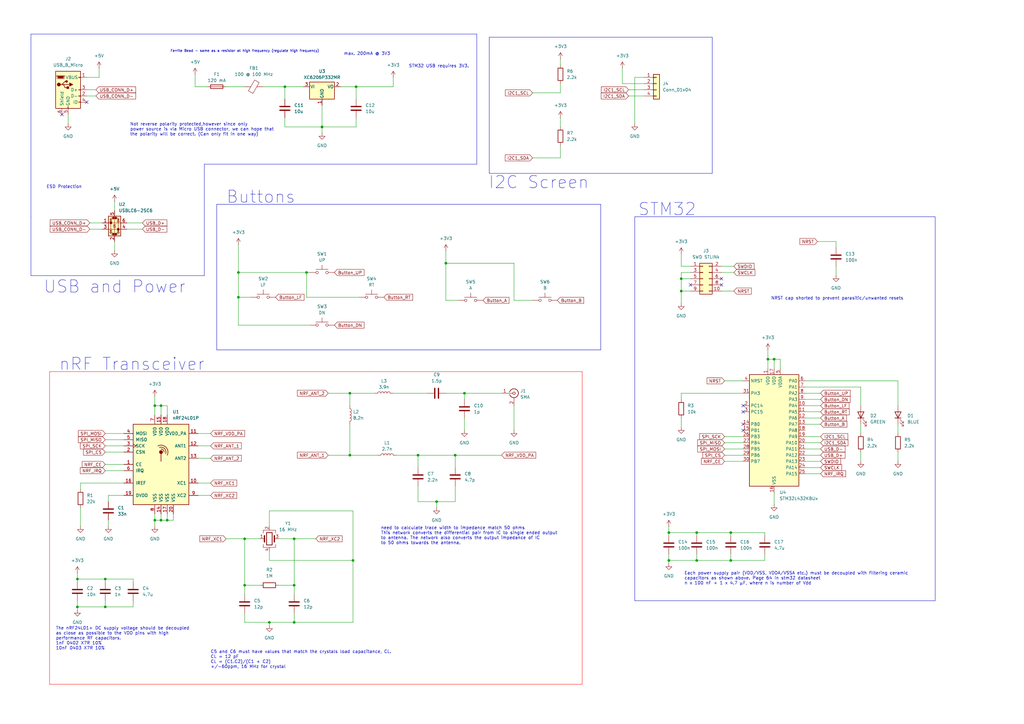
<source format=kicad_sch>
(kicad_sch (version 20231120) (generator "eeschema") (generator_version "8.0")
  (paper "A3")
  (title_block (title "STM_RF_PCB") (date "2024-05-18") (company "UHP Honors Experience - Video Game Controller Prototype") (comment 1 "Prasana Ganesh") (comment 2 "Petar Acimovic"))
  (lib_symbols
    (symbol "Connector:Conn_Coaxial" (pin_names (offset 1.016) hide)
      (property "Reference" "J" (at 0.254 3.048 0))
      (property "Value" "Conn_Coaxial" (at 2.921 0 90))
      (symbol "Conn_Coaxial_1_1"
        (pin passive line (at -5.08 0 0) (length 2.54) (name "In") (number "1"))
        (pin passive line (at 0 -5.08 90) (length 2.54) (name "Ext") (number "2"))
      )
    )
    (symbol "Connector:USB_B_Micro" (pin_names (offset 1.016))
      (property "Reference" "J" (at -5.08 11.43 0))
      (property "Value" "USB_B_Micro" (at -5.08 8.89 0))
      (symbol "USB_B_Micro_1_1"
        (pin power_out line (at 7.62 5.08 180) (length 2.54) (name "VBUS") (number "1"))
        (pin bidirectional line (at 7.62 -2.54 180) (length 2.54) (name "D-") (number "2"))
        (pin bidirectional line (at 7.62 0 180) (length 2.54) (name "D+") (number "3"))
        (pin passive line (at 7.62 -5.08 180) (length 2.54) (name "ID") (number "4"))
        (pin power_out line (at 0 -10.16 90) (length 2.54) (name "GND") (number "5"))
        (pin passive line (at -2.54 -10.16 90) (length 2.54) (name "Shield") (number "6"))
      )
    )
    (symbol "Connector_Generic:Conn_01x04" (pin_names (offset 1.016) hide)
      (property "Reference" "J" (at 0 5.08 0))
      (property "Value" "Conn_01x04" (at 0 -7.62 0))
      (symbol "Conn_01x04_1_1"
        (pin passive line (at -5.08 2.54 0) (length 3.81) (name "Pin_1") (number "1"))
        (pin passive line (at -5.08 0 0) (length 3.81) (name "Pin_2") (number "2"))
        (pin passive line (at -5.08 -2.54 0) (length 3.81) (name "Pin_3") (number "3"))
        (pin passive line (at -5.08 -5.08 0) (length 3.81) (name "Pin_4") (number "4"))
      )
    )
    (symbol "Connector_Generic:Conn_02x05_Odd_Even" (pin_names (offset 1.016) hide)
      (property "Reference" "J" (at 1.27 7.62 0))
      (property "Value" "Conn_02x05_Odd_Even" (at 1.27 -7.62 0))
      (symbol "Conn_02x05_Odd_Even_1_1"
        (pin passive line (at -5.08 5.08 0) (length 3.81) (name "Pin_1") (number "1"))
        (pin passive line (at 7.62 -5.08 180) (length 3.81) (name "Pin_10") (number "10"))
        (pin passive line (at 7.62 5.08 180) (length 3.81) (name "Pin_2") (number "2"))
        (pin passive line (at -5.08 2.54 0) (length 3.81) (name "Pin_3") (number "3"))
        (pin passive line (at 7.62 2.54 180) (length 3.81) (name "Pin_4") (number "4"))
        (pin passive line (at -5.08 0 0) (length 3.81) (name "Pin_5") (number "5"))
        (pin passive line (at 7.62 0 180) (length 3.81) (name "Pin_6") (number "6"))
        (pin passive line (at -5.08 -2.54 0) (length 3.81) (name "Pin_7") (number "7"))
        (pin passive line (at 7.62 -2.54 180) (length 3.81) (name "Pin_8") (number "8"))
        (pin passive line (at -5.08 -5.08 0) (length 3.81) (name "Pin_9") (number "9"))
      )
    )
    (symbol "Device:C" (pin_numbers hide) (pin_names (offset 0.254))
      (property "Reference" "C" (at 0.635 2.54 0))
      (property "Value" "C" (at 0.635 -2.54 0))
      (symbol "C_1_1"
        (pin passive line (at 0 3.81 270) (length 2.794) (name "~") (number "1"))
        (pin passive line (at 0 -3.81 90) (length 2.794) (name "~") (number "2"))
      )
    )
    (symbol "Device:Crystal_GND24" (pin_names (offset 1.016) hide)
      (property "Reference" "Y" (at 3.175 5.08 0))
      (property "Value" "Crystal_GND24" (at 3.175 3.175 0))
      (symbol "Crystal_GND24_1_1"
        (pin passive line (at -3.81 0 0) (length 1.27) (name "1") (number "1"))
        (pin passive line (at 0 5.08 270) (length 1.27) (name "2") (number "2"))
        (pin passive line (at 3.81 0 180) (length 1.27) (name "3") (number "3"))
        (pin passive line (at 0 -5.08 90) (length 1.27) (name "4") (number "4"))
      )
    )
    (symbol "Device:FerriteBead" (pin_numbers hide) (pin_names (offset 0))
      (property "Reference" "FB" (at -3.81 0.635 90))
      (property "Value" "FerriteBead" (at 3.81 0 90))
      (symbol "FerriteBead_1_1"
        (pin passive line (at 0 3.81 270) (length 2.54) (name "~") (number "1"))
        (pin passive line (at 0 -3.81 90) (length 2.54) (name "~") (number "2"))
      )
    )
    (symbol "Device:Fuse" (pin_numbers hide) (pin_names (offset 0))
      (property "Reference" "F" (at 2.032 0 90))
      (property "Value" "Fuse" (at -1.905 0 90))
      (symbol "Fuse_1_1"
        (pin passive line (at 0 3.81 270) (length 1.27) (name "~") (number "1"))
        (pin passive line (at 0 -3.81 90) (length 1.27) (name "~") (number "2"))
      )
    )
    (symbol "Device:L" (pin_numbers hide) (pin_names (offset 1.016) hide)
      (property "Reference" "L" (at -1.27 0 90))
      (property "Value" "L" (at 1.905 0 90))
      (symbol "L_1_1"
        (pin passive line (at 0 3.81 270) (length 1.27) (name "1") (number "1"))
        (pin passive line (at 0 -3.81 90) (length 1.27) (name "2") (number "2"))
      )
    )
    (symbol "Device:LED" (pin_numbers hide) (pin_names (offset 1.016) hide)
      (property "Reference" "D" (at 0 2.54 0))
      (property "Value" "LED" (at 0 -2.54 0))
      (symbol "LED_1_1"
        (pin passive line (at -3.81 0 0) (length 2.54) (name "K") (number "1"))
        (pin passive line (at 3.81 0 180) (length 2.54) (name "A") (number "2"))
      )
    )
    (symbol "Device:R" (pin_numbers hide) (pin_names (offset 0))
      (property "Reference" "R" (at 2.032 0 90))
      (property "Value" "R" (at 0 0 90))
      (symbol "R_1_1"
        (pin passive line (at 0 3.81 270) (length 1.27) (name "~") (number "1"))
        (pin passive line (at 0 -3.81 90) (length 1.27) (name "~") (number "2"))
      )
    )
    (symbol "MCU_ST_STM32L4:STM32L432KBUx"
      (property "Reference" "U" (at -10.16 24.13 0))
      (property "Value" "STM32L432KBUx" (at 5.08 24.13 0))
      (symbol "STM32L432KBUx_1_1"
        (pin power_in line (at -2.54 25.4 270) (length 2.54) (name "VDD") (number "1"))
        (pin bidirectional line (at 12.7 10.16 180) (length 2.54) (name "PA4") (number "10"))
        (pin bidirectional line (at 12.7 7.62 180) (length 2.54) (name "PA5") (number "11"))
        (pin bidirectional line (at 12.7 5.08 180) (length 2.54) (name "PA6") (number "12"))
        (pin bidirectional line (at 12.7 2.54 180) (length 2.54) (name "PA7") (number "13"))
        (pin bidirectional line (at -12.7 2.54 0) (length 2.54) (name "PB0") (number "14"))
        (pin bidirectional line (at -12.7 0 0) (length 2.54) (name "PB1") (number "15"))
        (pin power_in line (at 0 -25.4 90) (length 2.54) (name "VSS") (number "16"))
        (pin power_in line (at 0 25.4 270) (length 2.54) (name "VDD") (number "17"))
        (pin bidirectional line (at 12.7 0 180) (length 2.54) (name "PA8") (number "18"))
        (pin bidirectional line (at 12.7 -2.54 180) (length 2.54) (name "PA9") (number "19"))
        (pin bidirectional line (at -12.7 10.16 0) (length 2.54) (name "PC14") (number "2"))
        (pin bidirectional line (at 12.7 -5.08 180) (length 2.54) (name "PA10") (number "20"))
        (pin bidirectional line (at 12.7 -7.62 180) (length 2.54) (name "PA11") (number "21"))
        (pin bidirectional line (at 12.7 -10.16 180) (length 2.54) (name "PA12") (number "22"))
        (pin bidirectional line (at 12.7 -12.7 180) (length 2.54) (name "PA13") (number "23"))
        (pin bidirectional line (at 12.7 -15.24 180) (length 2.54) (name "PA14") (number "24"))
        (pin bidirectional line (at 12.7 -17.78 180) (length 2.54) (name "PA15") (number "25"))
        (pin bidirectional line (at -12.7 -2.54 0) (length 2.54) (name "PB3") (number "26"))
        (pin bidirectional line (at -12.7 -5.08 0) (length 2.54) (name "PB4") (number "27"))
        (pin bidirectional line (at -12.7 -7.62 0) (length 2.54) (name "PB5") (number "28"))
        (pin bidirectional line (at -12.7 -10.16 0) (length 2.54) (name "PB6") (number "29"))
        (pin bidirectional line (at -12.7 7.62 0) (length 2.54) (name "PC15") (number "3"))
        (pin bidirectional line (at -12.7 -12.7 0) (length 2.54) (name "PB7") (number "30"))
        (pin bidirectional line (at -12.7 15.24 0) (length 2.54) (name "PH3") (number "31"))
        (pin passive line (at 0 -25.4 90) (length 2.54) hide (name "VSS") (number "32"))
        (pin passive line (at 0 -25.4 90) (length 2.54) hide (name "VSS") (number "33"))
        (pin input line (at -12.7 20.32 0) (length 2.54) (name "NRST") (number "4"))
        (pin power_in line (at 2.54 25.4 270) (length 2.54) (name "VDDA") (number "5"))
        (pin bidirectional line (at 12.7 20.32 180) (length 2.54) (name "PA0") (number "6"))
        (pin bidirectional line (at 12.7 17.78 180) (length 2.54) (name "PA1") (number "7"))
        (pin bidirectional line (at 12.7 15.24 180) (length 2.54) (name "PA2") (number "8"))
        (pin bidirectional line (at 12.7 12.7 180) (length 2.54) (name "PA3") (number "9"))
      )
    )
    (symbol "Power_Protection:USBLC6-2SC6" (pin_names hide)
      (property "Reference" "U" (at 0.635 5.715 0))
      (property "Value" "USBLC6-2SC6" (at 0.635 3.81 0))
      (symbol "USBLC6-2SC6_1_1"
        (pin passive line (at -5.08 0 0) (length 2.54) (name "I/O1") (number "1"))
        (pin passive line (at 0 -7.62 90) (length 2.54) (name "GND") (number "2"))
        (pin passive line (at -5.08 -2.54 0) (length 2.54) (name "I/O2") (number "3"))
        (pin passive line (at 5.08 -2.54 180) (length 2.54) (name "I/O2") (number "4"))
        (pin passive line (at 0 5.08 270) (length 2.54) (name "VBUS") (number "5"))
        (pin passive line (at 5.08 0 180) (length 2.54) (name "I/O1") (number "6"))
      )
    )
    (symbol "RF:nRF24L01P" (pin_names (offset 1.016))
      (property "Reference" "U" (at -11.43 17.78 0))
      (property "Value" "nRF24L01P" (at 5.08 17.78 0))
      (symbol "nRF24L01P_1_1"
        (pin input line (at -15.24 0 0) (length 3.81) (name "CE") (number "1"))
        (pin passive line (at 15.24 -7.62 180) (length 3.81) (name "XC1") (number "10"))
        (pin power_out line (at 15.24 12.7 180) (length 3.81) (name "VDD_PA") (number "11"))
        (pin passive line (at 15.24 7.62 180) (length 3.81) (name "ANT1") (number "12"))
        (pin passive line (at 15.24 2.54 180) (length 3.81) (name "ANT2") (number "13"))
        (pin power_in line (at 0 -20.32 90) (length 3.81) (name "VSS") (number "14"))
        (pin power_in line (at 0 20.32 270) (length 3.81) (name "VDD") (number "15"))
        (pin passive line (at -15.24 -7.62 0) (length 3.81) (name "IREF") (number "16"))
        (pin power_in line (at 2.54 -20.32 90) (length 3.81) (name "VSS") (number "17"))
        (pin power_in line (at 2.54 20.32 270) (length 3.81) (name "VDD") (number "18"))
        (pin power_out line (at -15.24 -12.7 0) (length 3.81) (name "DVDD") (number "19"))
        (pin input line (at -15.24 5.08 0) (length 3.81) (name "CSN") (number "2"))
        (pin power_in line (at 5.08 -20.32 90) (length 3.81) (name "VSS") (number "20"))
        (pin input clock (at -15.24 7.62 0) (length 3.81) (name "SCK") (number "3"))
        (pin input line (at -15.24 12.7 0) (length 3.81) (name "MOSI") (number "4"))
        (pin output line (at -15.24 10.16 0) (length 3.81) (name "MISO") (number "5"))
        (pin output line (at -15.24 -2.54 0) (length 3.81) (name "IRQ") (number "6"))
        (pin power_in line (at -2.54 20.32 270) (length 3.81) (name "VDD") (number "7"))
        (pin power_in line (at -2.54 -20.32 90) (length 3.81) (name "VSS") (number "8"))
        (pin passive line (at 15.24 -12.7 180) (length 3.81) (name "XC2") (number "9"))
      )
    )
    (symbol "Regulator_Linear:XC6206PxxxMR" (pin_names (offset 0.254))
      (property "Reference" "U" (at -3.81 3.175 0))
      (property "Value" "XC6206PxxxMR" (at 0 3.175 0))
      (symbol "XC6206PxxxMR_1_1"
        (pin power_in line (at 0 -7.62 90) (length 2.54) (name "GND") (number "1"))
        (pin power_out line (at 7.62 0 180) (length 2.54) (name "VO") (number "2"))
        (pin power_in line (at -7.62 0 0) (length 2.54) (name "VI") (number "3"))
      )
    )
    (symbol "Switch:SW_Push" (pin_numbers hide) (pin_names (offset 1.016) hide)
      (property "Reference" "SW" (at 1.27 2.54 0))
      (property "Value" "SW_Push" (at 0 -1.524 0))
      (symbol "SW_Push_0_1"
        (pin passive line (at -5.08 0 0) (length 2.54) (name "1") (number "1"))
        (pin passive line (at 5.08 0 180) (length 2.54) (name "2") (number "2"))
      )
    )
    (symbol "power:+3V3" (power) (pin_numbers hide) (pin_names (offset 0) hide)
      (property "Value" "+3V3" (at 0 3.556 0))
      (symbol "+3V3_1_1"
        (pin power_in line (at 0 0 90) (length 0) (name "~") (number "1"))
      )
    )
    (symbol "power:+5V" (power) (pin_numbers hide) (pin_names (offset 0) hide)
      (property "Value" "+5V" (at 0 3.556 0))
      (symbol "+5V_1_1"
        (pin power_in line (at 0 0 90) (length 0) (name "~") (number "1"))
      )
    )
    (symbol "power:GND" (power) (pin_numbers hide) (pin_names (offset 0) hide)
      (property "Value" "GND" (at 0 -3.81 0))
      (symbol "GND_1_1"
        (pin power_in line (at 0 0 270) (length 0) (name "~") (number "1"))
      )
    )
  )
  (junction (at 314.96 147.32))
  (junction (at 299.72 229.87))
  (junction (at 31.75 248.92))
  (junction (at 179.07 205.74))
  (junction (at 144.78 229.87))
  (junction (at 110.49 255.27))
  (junction (at 143.51 161.29))
  (junction (at 120.65 240.03))
  (junction (at 43.18 248.92))
  (junction (at 66.04 166.37))
  (junction (at 285.75 229.87))
  (junction (at 100.33 240.03))
  (junction (at 31.75 237.49))
  (junction (at 171.45 186.69))
  (junction (at 274.32 229.87))
  (junction (at 190.5 161.29))
  (junction (at 97.79 121.92))
  (junction (at 279.4 114.3))
  (junction (at 63.5 166.37))
  (junction (at 68.58 213.36))
  (junction (at 97.79 111.76))
  (junction (at 100.33 220.98))
  (junction (at 299.72 218.44))
  (junction (at 143.51 186.69))
  (junction (at 63.5 213.36))
  (junction (at 43.18 237.49))
  (junction (at 317.5 147.32))
  (junction (at 132.08 52.07))
  (junction (at 120.65 220.98))
  (junction (at 146.05 35.56))
  (junction (at 66.04 213.36))
  (junction (at 116.84 35.56))
  (junction (at 279.4 119.38))
  (junction (at 274.32 218.44))
  (junction (at 120.65 255.27))
  (junction (at 285.75 218.44))
  (junction (at 125.73 111.76))
  (junction (at 186.69 186.69))
  (junction (at 182.88 107.95))
  (no_connect (at 25.4 46.99))
  (no_connect (at 304.8 168.91))
  (no_connect (at 283.21 116.84))
  (no_connect (at 295.91 114.3))
  (no_connect (at 304.8 166.37))
  (no_connect (at 304.8 176.53))
  (no_connect (at 304.8 173.99))
  (no_connect (at 295.91 116.84))
  (no_connect (at 35.56 41.91))
  (wire (pts (xy 210.82 107.95) (xy 182.88 107.95)))
  (wire (pts (xy 146.05 35.56) (xy 139.7 35.56)))
  (wire (pts (xy 116.84 48.26) (xy 116.84 52.07)))
  (wire (pts (xy 317.5 201.93) (xy 317.5 207.01)))
  (polyline (pts (xy 195.58 13.97) (xy 195.58 67.31)))
  (wire (pts (xy 81.28 187.96) (xy 86.36 187.96)))
  (wire (pts (xy 43.18 237.49) (xy 31.75 237.49)))
  (wire (pts (xy 66.04 210.82) (xy 66.04 213.36)))
  (wire (pts (xy 31.75 248.92) (xy 31.75 250.19)))
  (wire (pts (xy 330.2 184.15) (xy 336.55 184.15)))
  (wire (pts (xy 304.8 161.29) (xy 279.4 161.29)))
  (polyline (pts (xy 200.66 71.12) (xy 292.1 71.12)))
  (wire (pts (xy 144.78 255.27) (xy 120.65 255.27)))
  (wire (pts (xy 97.79 133.35) (xy 97.79 121.92)))
  (wire (pts (xy 186.69 186.69) (xy 171.45 186.69)))
  (wire (pts (xy 330.2 156.21) (xy 368.3 156.21)))
  (wire (pts (xy 52.07 91.44) (xy 58.42 91.44)))
  (wire (pts (xy 54.61 237.49) (xy 43.18 237.49)))
  (polyline (pts (xy 383.54 246.38) (xy 383.54 88.9)))
  (wire (pts (xy 299.72 229.87) (xy 285.75 229.87)))
  (wire (pts (xy 330.2 186.69) (xy 336.55 186.69)))
  (wire (pts (xy 68.58 166.37) (xy 66.04 166.37)))
  (wire (pts (xy 297.18 189.23) (xy 304.8 189.23)))
  (wire (pts (xy 50.8 203.2) (xy 44.45 203.2)))
  (wire (pts (xy 279.4 119.38) (xy 283.21 119.38)))
  (wire (pts (xy 229.87 34.29) (xy 229.87 38.1)))
  (polyline (pts (xy 88.9 143.51) (xy 246.38 143.51)))
  (polyline (pts (xy 195.58 67.31) (xy 83.82 67.31)))
  (wire (pts (xy 368.3 173.99) (xy 368.3 177.8)))
  (wire (pts (xy 279.4 161.29) (xy 279.4 163.83)))
  (wire (pts (xy 31.75 234.95) (xy 31.75 237.49)))
  (wire (pts (xy 283.21 111.76) (xy 279.4 111.76)))
  (wire (pts (xy 80.01 30.48) (xy 80.01 35.56)))
  (wire (pts (xy 147.32 121.92) (xy 125.73 121.92)))
  (wire (pts (xy 190.5 171.45) (xy 190.5 176.53)))
  (wire (pts (xy 313.69 218.44) (xy 299.72 218.44)))
  (wire (pts (xy 71.12 213.36) (xy 68.58 213.36)))
  (wire (pts (xy 297.18 184.15) (xy 304.8 184.15)))
  (wire (pts (xy 279.4 114.3) (xy 283.21 114.3)))
  (wire (pts (xy 279.4 171.45) (xy 279.4 175.26)))
  (wire (pts (xy 120.65 240.03) (xy 120.65 220.98)))
  (wire (pts (xy 40.64 31.75) (xy 40.64 27.94)))
  (wire (pts (xy 274.32 215.9) (xy 274.32 218.44)))
  (wire (pts (xy 320.04 147.32) (xy 317.5 147.32)))
  (polyline (pts (xy 246.38 143.51) (xy 246.38 83.82)))
  (wire (pts (xy 314.96 143.51) (xy 314.96 147.32)))
  (wire (pts (xy 330.2 194.31) (xy 336.55 194.31)))
  (wire (pts (xy 186.69 199.39) (xy 186.69 205.74)))
  (wire (pts (xy 161.29 31.75) (xy 161.29 35.56)))
  (wire (pts (xy 342.9 99.06) (xy 335.28 99.06)))
  (wire (pts (xy 330.2 173.99) (xy 336.55 173.99)))
  (wire (pts (xy 297.18 179.07) (xy 304.8 179.07)))
  (wire (pts (xy 146.05 52.07) (xy 132.08 52.07)))
  (wire (pts (xy 143.51 161.29) (xy 153.67 161.29)))
  (wire (pts (xy 353.06 158.75) (xy 353.06 166.37)))
  (wire (pts (xy 43.18 190.5) (xy 50.8 190.5)))
  (wire (pts (xy 92.71 35.56) (xy 100.33 35.56)))
  (wire (pts (xy 43.18 185.42) (xy 50.8 185.42)))
  (wire (pts (xy 66.04 170.18) (xy 66.04 166.37)))
  (wire (pts (xy 285.75 219.71) (xy 285.75 218.44)))
  (polyline (pts (xy 88.9 83.82) (xy 88.9 143.51)))
  (wire (pts (xy 299.72 227.33) (xy 299.72 229.87)))
  (wire (pts (xy 44.45 203.2) (xy 44.45 205.74)))
  (wire (pts (xy 50.8 198.12) (xy 33.02 198.12)))
  (wire (pts (xy 342.9 109.22) (xy 342.9 113.03)))
  (wire (pts (xy 299.72 218.44) (xy 299.72 219.71)))
  (wire (pts (xy 110.49 255.27) (xy 110.49 256.54)))
  (wire (pts (xy 210.82 123.19) (xy 210.82 107.95)))
  (wire (pts (xy 330.2 163.83) (xy 336.55 163.83)))
  (wire (pts (xy 66.04 166.37) (xy 63.5 166.37)))
  (wire (pts (xy 114.3 240.03) (xy 120.65 240.03)))
  (wire (pts (xy 97.79 133.35) (xy 127 133.35)))
  (wire (pts (xy 33.02 208.28) (xy 33.02 215.9)))
  (wire (pts (xy 179.07 205.74) (xy 179.07 208.28)))
  (wire (pts (xy 66.04 213.36) (xy 63.5 213.36)))
  (wire (pts (xy 143.51 173.99) (xy 143.51 186.69)))
  (wire (pts (xy 229.87 38.1) (xy 218.44 38.1)))
  (wire (pts (xy 144.78 229.87) (xy 144.78 255.27)))
  (wire (pts (xy 43.18 182.88) (xy 50.8 182.88)))
  (wire (pts (xy 182.88 123.19) (xy 182.88 107.95)))
  (wire (pts (xy 134.62 161.29) (xy 143.51 161.29)))
  (wire (pts (xy 342.9 101.6) (xy 342.9 99.06)))
  (wire (pts (xy 314.96 147.32) (xy 314.96 151.13)))
  (wire (pts (xy 36.83 91.44) (xy 41.91 91.44)))
  (wire (pts (xy 63.5 166.37) (xy 63.5 170.18)))
  (wire (pts (xy 54.61 248.92) (xy 43.18 248.92)))
  (wire (pts (xy 97.79 121.92) (xy 102.87 121.92)))
  (wire (pts (xy 116.84 35.56) (xy 124.46 35.56)))
  (wire (pts (xy 187.96 123.19) (xy 182.88 123.19)))
  (wire (pts (xy 279.4 109.22) (xy 283.21 109.22)))
  (polyline (pts (xy 200.66 15.24) (xy 292.1 15.24)))
  (wire (pts (xy 44.45 213.36) (xy 44.45 215.9)))
  (wire (pts (xy 317.5 151.13) (xy 317.5 147.32)))
  (wire (pts (xy 255.27 34.29) (xy 255.27 27.94)))
  (polyline (pts (xy 12.7 88.9) (xy 12.7 13.97)))
  (wire (pts (xy 81.28 182.88) (xy 86.36 182.88)))
  (wire (pts (xy 279.4 119.38) (xy 279.4 124.46)))
  (wire (pts (xy 229.87 48.26) (xy 229.87 52.07)))
  (wire (pts (xy 110.49 255.27) (xy 120.65 255.27)))
  (wire (pts (xy 134.62 186.69) (xy 143.51 186.69)))
  (wire (pts (xy 146.05 40.64) (xy 146.05 35.56)))
  (wire (pts (xy 353.06 173.99) (xy 353.06 177.8)))
  (wire (pts (xy 257.81 39.37) (xy 264.16 39.37)))
  (wire (pts (xy 63.5 162.56) (xy 63.5 166.37)))
  (wire (pts (xy 63.5 213.36) (xy 63.5 215.9)))
  (wire (pts (xy 186.69 191.77) (xy 186.69 186.69)))
  (wire (pts (xy 368.3 185.42) (xy 368.3 189.23)))
  (wire (pts (xy 186.69 186.69) (xy 205.74 186.69)))
  (wire (pts (xy 179.07 205.74) (xy 171.45 205.74)))
  (wire (pts (xy 368.3 156.21) (xy 368.3 166.37)))
  (wire (pts (xy 110.49 209.55) (xy 144.78 209.55)))
  (wire (pts (xy 190.5 161.29) (xy 205.74 161.29)))
  (wire (pts (xy 171.45 199.39) (xy 171.45 205.74)))
  (wire (pts (xy 110.49 255.27) (xy 100.33 255.27)))
  (wire (pts (xy 182.88 161.29) (xy 190.5 161.29)))
  (polyline (pts (xy 246.38 83.82) (xy 88.9 83.82)))
  (wire (pts (xy 81.28 177.8) (xy 86.36 177.8)))
  (wire (pts (xy 171.45 186.69) (xy 171.45 191.77)))
  (wire (pts (xy 43.18 248.92) (xy 31.75 248.92)))
  (wire (pts (xy 295.91 111.76) (xy 300.99 111.76)))
  (wire (pts (xy 320.04 151.13) (xy 320.04 147.32)))
  (wire (pts (xy 274.32 229.87) (xy 274.32 231.14)))
  (wire (pts (xy 120.65 220.98) (xy 129.54 220.98)))
  (wire (pts (xy 43.18 193.04) (xy 50.8 193.04)))
  (wire (pts (xy 297.18 186.69) (xy 304.8 186.69)))
  (wire (pts (xy 107.95 35.56) (xy 116.84 35.56)))
  (polyline (pts (xy 200.66 15.24) (xy 200.66 71.12)))
  (wire (pts (xy 132.08 43.18) (xy 132.08 52.07)))
  (wire (pts (xy 54.61 238.76) (xy 54.61 237.49)))
  (polyline (pts (xy 83.82 113.03) (xy 12.7 113.03)))
  (wire (pts (xy 330.2 166.37) (xy 336.55 166.37)))
  (wire (pts (xy 330.2 171.45) (xy 336.55 171.45)))
  (wire (pts (xy 295.91 119.38) (xy 300.99 119.38)))
  (wire (pts (xy 100.33 255.27) (xy 100.33 251.46)))
  (wire (pts (xy 210.82 166.37) (xy 210.82 176.53)))
  (wire (pts (xy 330.2 161.29) (xy 336.55 161.29)))
  (wire (pts (xy 43.18 246.38) (xy 43.18 248.92)))
  (wire (pts (xy 68.58 210.82) (xy 68.58 213.36)))
  (wire (pts (xy 97.79 111.76) (xy 97.79 121.92)))
  (wire (pts (xy 297.18 181.61) (xy 304.8 181.61)))
  (wire (pts (xy 125.73 111.76) (xy 127 111.76)))
  (wire (pts (xy 161.29 35.56) (xy 146.05 35.56)))
  (wire (pts (xy 71.12 210.82) (xy 71.12 213.36)))
  (polyline (pts (xy 292.1 71.12) (xy 292.1 15.24)))
  (wire (pts (xy 116.84 35.56) (xy 116.84 40.64)))
  (polyline (pts (xy 260.35 88.9) (xy 260.35 246.38)))
  (wire (pts (xy 81.28 198.12) (xy 86.36 198.12)))
  (wire (pts (xy 285.75 227.33) (xy 285.75 229.87)))
  (wire (pts (xy 120.65 240.03) (xy 120.65 243.84)))
  (wire (pts (xy 143.51 186.69) (xy 154.94 186.69)))
  (wire (pts (xy 46.99 82.55) (xy 46.99 86.36)))
  (wire (pts (xy 106.68 240.03) (xy 100.33 240.03)))
  (polyline (pts (xy 260.35 88.9) (xy 383.54 88.9)))
  (wire (pts (xy 33.02 198.12) (xy 33.02 200.66)))
  (wire (pts (xy 279.4 111.76) (xy 279.4 114.3)))
  (wire (pts (xy 43.18 238.76) (xy 43.18 237.49)))
  (wire (pts (xy 186.69 205.74) (xy 179.07 205.74)))
  (wire (pts (xy 100.33 240.03) (xy 100.33 220.98)))
  (wire (pts (xy 229.87 59.69) (xy 229.87 64.77)))
  (wire (pts (xy 313.69 219.71) (xy 313.69 218.44)))
  (wire (pts (xy 110.49 229.87) (xy 144.78 229.87)))
  (wire (pts (xy 110.49 226.06) (xy 110.49 229.87)))
  (wire (pts (xy 110.49 215.9) (xy 110.49 209.55)))
  (wire (pts (xy 190.5 161.29) (xy 190.5 163.83)))
  (wire (pts (xy 52.07 93.98) (xy 58.42 93.98)))
  (polyline (pts (xy 260.35 246.38) (xy 383.54 246.38)))
  (polyline (pts (xy 12.7 88.9) (xy 12.7 113.03)))
  (wire (pts (xy 353.06 185.42) (xy 353.06 189.23)))
  (wire (pts (xy 285.75 218.44) (xy 274.32 218.44)))
  (wire (pts (xy 353.06 158.75) (xy 330.2 158.75)))
  (wire (pts (xy 63.5 210.82) (xy 63.5 213.36)))
  (wire (pts (xy 274.32 218.44) (xy 274.32 219.71)))
  (wire (pts (xy 330.2 191.77) (xy 336.55 191.77)))
  (wire (pts (xy 330.2 189.23) (xy 336.55 189.23)))
  (wire (pts (xy 182.88 107.95) (xy 182.88 102.87)))
  (wire (pts (xy 144.78 209.55) (xy 144.78 229.87)))
  (wire (pts (xy 46.99 99.06) (xy 46.99 102.87)))
  (wire (pts (xy 116.84 52.07) (xy 132.08 52.07)))
  (wire (pts (xy 97.79 100.33) (xy 97.79 111.76)))
  (wire (pts (xy 297.18 156.21) (xy 304.8 156.21)))
  (wire (pts (xy 125.73 121.92) (xy 125.73 111.76)))
  (wire (pts (xy 161.29 161.29) (xy 175.26 161.29)))
  (wire (pts (xy 43.18 177.8) (xy 50.8 177.8)))
  (wire (pts (xy 143.51 161.29) (xy 143.51 166.37)))
  (wire (pts (xy 285.75 229.87) (xy 274.32 229.87)))
  (wire (pts (xy 299.72 218.44) (xy 285.75 218.44)))
  (wire (pts (xy 81.28 203.2) (xy 86.36 203.2)))
  (wire (pts (xy 100.33 220.98) (xy 106.68 220.98)))
  (wire (pts (xy 260.35 31.75) (xy 260.35 50.8)))
  (wire (pts (xy 279.4 114.3) (xy 279.4 119.38)))
  (wire (pts (xy 210.82 123.19) (xy 218.44 123.19)))
  (wire (pts (xy 279.4 104.14) (xy 279.4 109.22)))
  (wire (pts (xy 35.56 36.83) (xy 39.37 36.83)))
  (wire (pts (xy 97.79 111.76) (xy 125.73 111.76)))
  (wire (pts (xy 31.75 246.38) (xy 31.75 248.92)))
  (wire (pts (xy 120.65 251.46) (xy 120.65 255.27)))
  (wire (pts (xy 43.18 180.34) (xy 50.8 180.34)))
  (wire (pts (xy 330.2 181.61) (xy 336.55 181.61)))
  (polyline (pts (xy 12.7 13.97) (xy 195.58 13.97)))
  (polyline (pts (xy 83.82 67.31) (xy 83.82 113.03)))
  (wire (pts (xy 146.05 48.26) (xy 146.05 52.07)))
  (wire (pts (xy 229.87 24.13) (xy 229.87 26.67)))
  (wire (pts (xy 274.32 227.33) (xy 274.32 229.87)))
  (wire (pts (xy 31.75 237.49) (xy 31.75 238.76)))
  (wire (pts (xy 114.3 220.98) (xy 120.65 220.98)))
  (wire (pts (xy 68.58 213.36) (xy 66.04 213.36)))
  (wire (pts (xy 68.58 170.18) (xy 68.58 166.37)))
  (wire (pts (xy 330.2 179.07) (xy 336.55 179.07)))
  (wire (pts (xy 317.5 147.32) (xy 314.96 147.32)))
  (wire (pts (xy 100.33 240.03) (xy 100.33 243.84)))
  (wire (pts (xy 162.56 186.69) (xy 171.45 186.69)))
  (wire (pts (xy 264.16 31.75) (xy 260.35 31.75)))
  (wire (pts (xy 27.94 46.99) (xy 27.94 50.8)))
  (wire (pts (xy 313.69 229.87) (xy 299.72 229.87)))
  (wire (pts (xy 295.91 109.22) (xy 300.99 109.22)))
  (wire (pts (xy 264.16 34.29) (xy 255.27 34.29)))
  (wire (pts (xy 92.71 220.98) (xy 100.33 220.98)))
  (wire (pts (xy 132.08 52.07) (xy 132.08 54.61)))
  (wire (pts (xy 35.56 39.37) (xy 39.37 39.37)))
  (wire (pts (xy 330.2 168.91) (xy 336.55 168.91)))
  (wire (pts (xy 54.61 246.38) (xy 54.61 248.92)))
  (wire (pts (xy 80.01 35.56) (xy 85.09 35.56)))
  (wire (pts (xy 35.56 31.75) (xy 40.64 31.75)))
  (wire (pts (xy 313.69 227.33) (xy 313.69 229.87)))
  (wire (pts (xy 36.83 93.98) (xy 41.91 93.98)))
  (wire (pts (xy 257.81 36.83) (xy 264.16 36.83)))
  (wire (pts (xy 229.87 64.77) (xy 218.44 64.77)))
  (rectangle (start 20.32 152.4) (end 238.76 280.67) (stroke (width 0) (color 255 0 0 1)))
  (text "I2C Screen" (at 220.98 74.93 0) (effects (font (size 5 5))))
  (text "Buttons" (at 92.71 83.82 0) (effects (font (size 5 5)) (justify left bottom)))
  (text "NRST cap shorted to prevent parasitic/unwanted resets" (at 316.23 123.19 0) (effects (font (size 1.27 1.27)) (justify left bottom)))
  (text "need to calculate trace width to impedance match 50 ohms\nThis network converts the differential pair from IC to single ended output\nto antenna. The network also converts the output impedance of IC\nto 50 ohms towards the antenna." (at 156.21 223.52 0) (effects (font (size 1.27 1.27)) (justify left bottom)))
  (text "The nRF24L01+ DC supply voltage should be decoupled \nas close as possible to the VDD pins with high \nperformance RF capacitors.\n1nF 0402 X7R 10%\n10nF 0403 X7R 10%" (at 22.86 266.7 0) (effects (font (size 1.27 1.27)) (justify left bottom)))
  (text "nRF Transceiver" (at 24.13 152.4 0) (effects (font (size 5 5)) (justify left bottom)))
  (text "STM32" (at 261.62 88.9 0) (effects (font (size 5 5)) (justify left bottom)))
  (text "Each power supply pair (VDD/VSS, VDDA/VSSA etc.) must be decoupled with filtering ceramic \ncapacitors as shown above. Page 64 in stm32 datasheet\nn x 100 nF + 1 x 4.7 μF, where n is number of Vdd" (at 280.67 240.03 0) (effects (font (size 1.27 1.27)) (justify left bottom)))
  (text "ESD Protection\n" (at 19.05 77.47 0) (effects (font (size 1.27 1.27)) (justify left bottom)))
  (text "Not reverse polarity protected,however since only\npower source is via Micro USB connector, we can hope that\nthe polarity will be correct. (Can only fit in one way)" (at 53.34 55.88 0) (effects (font (size 1.27 1.27)) (justify left bottom)))
  (text "C5 and C6 must have values that match the crystals load capacitance, CL.\nCL = 12 pF\nCL = (C1.C2)/(C1 + C2)\n+/-60ppm, 16 MHz for crystal" (at 86.36 274.32 0) (effects (font (size 1.27 1.27)) (justify left bottom)))
  (text "max. 200mA @ 3V3" (at 140.97 22.86 0) (effects (font (size 1.27 1.27)) (justify left bottom)))
  (text "STM32 USB requires 3V3." (at 167.64 27.94 0) (effects (font (size 1.27 1.27)) (justify left bottom)))
  (text "USB and Power" (at 17.78 120.65 0) (effects (font (size 5 5)) (justify left bottom)))
  (text "Ferrite Bead - same as a resistor at high frequency (regulate high frequency)" (at 69.85 21.59 0) (effects (font (size 1 1)) (justify left bottom)))
  (global_label "I2C1_SCL" (shape input) (at 336.55 179.07 0) (property "Intersheetrefs" "${INTERSHEET_REFS}" (effects (hide yes))))
  (global_label "NRF_CE" (shape input) (at 43.18 190.5 180) (property "Intersheetrefs" "${INTERSHEET_REFS}" (effects (hide yes))))
  (global_label "USB_D-" (shape input) (at 58.42 93.98 0) (property "Intersheetrefs" "${INTERSHEET_REFS}" (effects (hide yes))))
  (global_label "USB_CONN_D-" (shape input) (at 36.83 93.98 180) (property "Intersheetrefs" "${INTERSHEET_REFS}" (effects (hide yes))))
  (global_label "I2C1_SCL" (shape input) (at 257.81 36.83 180) (property "Intersheetrefs" "${INTERSHEET_REFS}" (effects (hide yes))))
  (global_label "Button_RT" (shape input) (at 336.55 168.91 0) (property "Intersheetrefs" "${INTERSHEET_REFS}" (effects (hide yes))))
  (global_label "SPI_SCK" (shape input) (at 43.18 182.88 180) (property "Intersheetrefs" "${INTERSHEET_REFS}" (effects (hide yes))))
  (global_label "Button_LF" (shape input) (at 336.55 166.37 0) (property "Intersheetrefs" "${INTERSHEET_REFS}" (effects (hide yes))))
  (global_label "Button_LF" (shape input) (at 113.03 121.92 0) (property "Intersheetrefs" "${INTERSHEET_REFS}" (effects (hide yes))))
  (global_label "Button_B" (shape input) (at 228.6 123.19 0) (property "Intersheetrefs" "${INTERSHEET_REFS}" (effects (hide yes))))
  (global_label "USB_D+" (shape input) (at 336.55 186.69 0) (property "Intersheetrefs" "${INTERSHEET_REFS}" (effects (hide yes))))
  (global_label "Button_DN" (shape input) (at 336.55 163.83 0) (property "Intersheetrefs" "${INTERSHEET_REFS}" (effects (hide yes))))
  (global_label "SWCLK" (shape input) (at 336.55 191.77 0) (property "Intersheetrefs" "${INTERSHEET_REFS}" (effects (hide yes))))
  (global_label "NRF_IRQ" (shape input) (at 336.55 194.31 0) (property "Intersheetrefs" "${INTERSHEET_REFS}" (effects (hide yes))))
  (global_label "Button_A" (shape input) (at 336.55 171.45 0) (property "Intersheetrefs" "${INTERSHEET_REFS}" (effects (hide yes))))
  (global_label "SPI_MOSI" (shape input) (at 297.18 184.15 180) (property "Intersheetrefs" "${INTERSHEET_REFS}" (effects (hide yes))))
  (global_label "SWCLK" (shape input) (at 300.99 111.76 0) (property "Intersheetrefs" "${INTERSHEET_REFS}" (effects (hide yes))))
  (global_label "NRF_XC1" (shape input) (at 92.71 220.98 180) (property "Intersheetrefs" "${INTERSHEET_REFS}" (effects (hide yes))))
  (global_label "I2C1_SDA" (shape input) (at 336.55 181.61 0) (property "Intersheetrefs" "${INTERSHEET_REFS}" (effects (hide yes))))
  (global_label "SPI_MISO" (shape input) (at 43.18 180.34 180) (property "Intersheetrefs" "${INTERSHEET_REFS}" (effects (hide yes))))
  (global_label "NRST" (shape input) (at 335.28 99.06 180) (property "Intersheetrefs" "${INTERSHEET_REFS}" (effects (hide yes))))
  (global_label "Button_DN" (shape input) (at 137.16 133.35 0) (property "Intersheetrefs" "${INTERSHEET_REFS}" (effects (hide yes))))
  (global_label "NRF_ANT_2" (shape input) (at 86.36 187.96 0) (property "Intersheetrefs" "${INTERSHEET_REFS}" (effects (hide yes))))
  (global_label "SWDIO" (shape input) (at 336.55 189.23 0) (property "Intersheetrefs" "${INTERSHEET_REFS}" (effects (hide yes))))
  (global_label "SPI_CS" (shape input) (at 297.18 186.69 180) (property "Intersheetrefs" "${INTERSHEET_REFS}" (effects (hide yes))))
  (global_label "NRF_IRQ" (shape input) (at 43.18 193.04 180) (property "Intersheetrefs" "${INTERSHEET_REFS}" (effects (hide yes))))
  (global_label "Button_RT" (shape input) (at 157.48 121.92 0) (property "Intersheetrefs" "${INTERSHEET_REFS}" (effects (hide yes))))
  (global_label "NRF_CE" (shape input) (at 297.18 189.23 180) (property "Intersheetrefs" "${INTERSHEET_REFS}" (effects (hide yes))))
  (global_label "USB_CONN_D+" (shape input) (at 39.37 36.83 0) (property "Intersheetrefs" "${INTERSHEET_REFS}" (effects (hide yes))))
  (global_label "NRST" (shape input) (at 300.99 119.38 0) (property "Intersheetrefs" "${INTERSHEET_REFS}" (effects (hide yes))))
  (global_label "USB_D-" (shape input) (at 336.55 184.15 0) (property "Intersheetrefs" "${INTERSHEET_REFS}" (effects (hide yes))))
  (global_label "I2C1_SDA" (shape input) (at 257.81 39.37 180) (property "Intersheetrefs" "${INTERSHEET_REFS}" (effects (hide yes))))
  (global_label "USB_CONN_D-" (shape input) (at 39.37 39.37 0) (property "Intersheetrefs" "${INTERSHEET_REFS}" (effects (hide yes))))
  (global_label "SWDIO" (shape input) (at 300.99 109.22 0) (property "Intersheetrefs" "${INTERSHEET_REFS}" (effects (hide yes))))
  (global_label "NRST" (shape input) (at 297.18 156.21 180) (property "Intersheetrefs" "${INTERSHEET_REFS}" (effects (hide yes))))
  (global_label "Button_A" (shape input) (at 198.12 123.19 0) (property "Intersheetrefs" "${INTERSHEET_REFS}" (effects (hide yes))))
  (global_label "SPI_SCK" (shape input) (at 297.18 179.07 180) (property "Intersheetrefs" "${INTERSHEET_REFS}" (effects (hide yes))))
  (global_label "NRF_XC1" (shape input) (at 86.36 198.12 0) (property "Intersheetrefs" "${INTERSHEET_REFS}" (effects (hide yes))))
  (global_label "Button_B" (shape input) (at 336.55 173.99 0) (property "Intersheetrefs" "${INTERSHEET_REFS}" (effects (hide yes))))
  (global_label "SPI_CS" (shape input) (at 43.18 185.42 180) (property "Intersheetrefs" "${INTERSHEET_REFS}" (effects (hide yes))))
  (global_label "Button_UP" (shape input) (at 336.55 161.29 0) (property "Intersheetrefs" "${INTERSHEET_REFS}" (effects (hide yes))))
  (global_label "I2C1_SCL" (shape input) (at 218.44 38.1 180) (property "Intersheetrefs" "${INTERSHEET_REFS}" (effects (hide yes))))
  (global_label "SPI_MISO" (shape input) (at 297.18 181.61 180) (property "Intersheetrefs" "${INTERSHEET_REFS}" (effects (hide yes))))
  (global_label "NRF_ANT_2" (shape input) (at 134.62 161.29 180) (property "Intersheetrefs" "${INTERSHEET_REFS}" (effects (hide yes))))
  (global_label "NRF_VDD_PA" (shape input) (at 86.36 177.8 0) (property "Intersheetrefs" "${INTERSHEET_REFS}" (effects (hide yes))))
  (global_label "USB_D+" (shape input) (at 58.42 91.44 0) (property "Intersheetrefs" "${INTERSHEET_REFS}" (effects (hide yes))))
  (global_label "USB_CONN_D+" (shape input) (at 36.83 91.44 180) (property "Intersheetrefs" "${INTERSHEET_REFS}" (effects (hide yes))))
  (global_label "Button_UP" (shape input) (at 137.16 111.76 0) (property "Intersheetrefs" "${INTERSHEET_REFS}" (effects (hide yes))))
  (global_label "I2C1_SDA" (shape input) (at 218.44 64.77 180) (property "Intersheetrefs" "${INTERSHEET_REFS}" (effects (hide yes))))
  (global_label "NRF_ANT_1" (shape input) (at 86.36 182.88 0) (property "Intersheetrefs" "${INTERSHEET_REFS}" (effects (hide yes))))
  (global_label "NRF_XC2" (shape input) (at 129.54 220.98 0) (property "Intersheetrefs" "${INTERSHEET_REFS}" (effects (hide yes))))
  (global_label "NRF_XC2" (shape input) (at 86.36 203.2 0) (property "Intersheetrefs" "${INTERSHEET_REFS}" (effects (hide yes))))
  (global_label "NRF_ANT_1" (shape input) (at 134.62 186.69 180) (property "Intersheetrefs" "${INTERSHEET_REFS}" (effects (hide yes))))
  (global_label "NRF_VDD_PA" (shape input) (at 205.74 186.69 0) (property "Intersheetrefs" "${INTERSHEET_REFS}" (effects (hide yes))))
  (global_label "SPI_MOSI" (shape input) (at 43.18 177.8 180) (property "Intersheetrefs" "${INTERSHEET_REFS}" (effects (hide yes))))
  (symbol (lib_id "power:+3V3") (at 279.4 104.14 0) (unit 1)
    (property "Reference" "#PWR020" (effects (hide yes)))
    (property "Value" "+3V3" (at 279.4 99.06 0))
    (property "Description" "Power symbol creates a global label with name \"+3V3\"" (effects (hide yes)))
  )
  (symbol (lib_id "power:GND") (at 260.35 50.8 0) (unit 1)
    (property "Reference" "#PWR034" (effects (hide yes)))
    (property "Value" "GND" (at 260.35 55.88 0))
    (property "Description" "Power symbol creates a global label with name \"GND\" , ground" (effects (hide yes)))
  )
  (symbol (lib_id "power:GND") (at 179.07 208.28 0) (unit 1)
    (property "Reference" "#PWR09" (effects (hide yes)))
    (property "Value" "GND" (at 179.07 213.36 0))
    (property "Description" "Power symbol creates a global label with name \"GND\" , ground" (effects (hide yes)))
  )
  (symbol (lib_id "Device:Crystal_GND24") (at 110.49 220.98 0) (unit 1)
    (property "Reference" "Y1" (at 118.11 214.6614 0))
    (property "Value" "16 MHz" (at 118.11 217.2014 0))
    (property "Footprint" "Crystal:Crystal_SMD_3225-4Pin_3.2x2.5mm" (effects (hide yes)))
    (property "Description" "Four pin crystal, GND on pins 2 and 4" (effects (hide yes)))
    (property "Part ID" "X322516MLB4SI" (effects (hide yes)))
  )
  (symbol (lib_id "Device:C") (at 342.9 105.41 0) (unit 1)
    (property "Reference" "C13" (at 346.71 104.14 0) (effects (justify left)))
    (property "Value" "100n" (at 346.71 106.68 0) (effects (justify left)))
    (property "Description" "Unpolarized capacitor" (effects (hide yes)))
  )
  (symbol (lib_id "power:+3V3") (at 182.88 102.87 0) (unit 1)
    (property "Reference" "#PWR023" (effects (hide yes)))
    (property "Value" "+3V3" (at 182.88 97.79 0))
    (property "Description" "Power symbol creates a global label with name \"+3V3\"" (effects (hide yes)))
  )
  (symbol (lib_id "Device:R") (at 33.02 204.47 0) (unit 1)
    (property "Reference" "R1" (at 35.56 203.2 0) (effects (justify left)))
    (property "Value" "22k" (at 35.56 205.74 0) (effects (justify left)))
    (property "Footprint" "Resistor_SMD:R_0402_1005Metric" (effects (hide yes)))
    (property "Description" "Resistor" (effects (hide yes)))
    (property "Part ID" "0402WGF2202TCE" (effects (hide yes)))
  )
  (symbol (lib_id "Switch:SW_Push") (at 132.08 133.35 0) (unit 1)
    (property "Reference" "SW3" (at 132.08 125.73 0))
    (property "Value" "DN" (at 132.08 128.27 0))
    (property "Description" "Push button switch, generic, two pins" (effects (hide yes)))
  )
  (symbol (lib_id "Device:LED") (at 368.3 170.18 90) (unit 1)
    (property "Reference" "D1" (at 372.11 170.4975 90) (effects (justify right)))
    (property "Value" "BLUE" (at 372.11 173.0375 90) (effects (justify right)))
    (property "Description" "Light emitting diode" (effects (hide yes)))
  )
  (symbol (lib_id "power:GND") (at 31.75 250.19 0) (unit 1)
    (property "Reference" "#PWR06" (effects (hide yes)))
    (property "Value" "GND" (at 31.75 255.27 0))
    (property "Description" "Power symbol creates a global label with name \"GND\" , ground" (effects (hide yes)))
  )
  (symbol (lib_id "Device:C") (at 44.45 209.55 0) (unit 1)
    (property "Reference" "C1" (at 48.26 208.28 0) (effects (justify left)))
    (property "Value" "33n" (at 48.26 210.82 0) (effects (justify left)))
    (property "Footprint" "Capacitor_SMD:C_0402_1005Metric" (effects (hide yes)))
    (property "Description" "Unpolarized capacitor" (effects (hide yes)))
    (property "Part ID" "0402F333M500NT" (effects (hide yes)))
  )
  (symbol (lib_id "Device:L") (at 143.51 170.18 0) (unit 1)
    (property "Reference" "L2" (at 144.78 168.91 0) (effects (justify left)))
    (property "Value" "8.2n" (at 144.78 171.45 0) (effects (justify left)))
    (property "Footprint" "Inductor_SMD:L_0402_1005Metric" (effects (hide yes)))
    (property "Description" "Inductor" (effects (hide yes)))
    (property "Part ID" "SDCL1005C8N2JTDF" (effects (hide yes)))
  )
  (symbol (lib_id "Switch:SW_Push") (at 223.52 123.19 0) (unit 1)
    (property "Reference" "SW6" (at 223.52 115.57 0))
    (property "Value" "B" (at 223.52 118.11 0))
    (property "Description" "Push button switch, generic, two pins" (effects (hide yes)))
  )
  (symbol (lib_id "Connector_Generic:Conn_01x04") (at 269.24 34.29 0) (unit 1)
    (property "Reference" "J4" (at 271.78 34.2899 0) (effects (justify left)))
    (property "Value" "Conn_01x04" (at 271.78 36.8299 0) (effects (justify left)))
    (property "Footprint" "Connector_PinSocket_2.54mm:PinSocket_1x04_P2.54mm_Vertical" (effects (hide yes)))
    (property "Description" "Generic connector, single row, 01x04, script generated (kicad-library-utils/schlib/autogen/connector/)" (effects (hide yes)))
    (property "Part ID" "C2718488" (effects (hide yes)))
  )
  (symbol (lib_id "power:+3V3") (at 274.32 215.9 0) (unit 1)
    (property "Reference" "#PWR028" (effects (hide yes)))
    (property "Value" "+3V3" (at 274.32 210.82 0))
    (property "Description" "Power symbol creates a global label with name \"+3V3\"" (effects (hide yes)))
  )
  (symbol (lib_id "Switch:SW_Push") (at 152.4 121.92 0) (unit 1)
    (property "Reference" "SW4" (at 152.4 114.3 0))
    (property "Value" "RT" (at 152.4 116.84 0))
    (property "Description" "Push button switch, generic, two pins" (effects (hide yes)))
  )
  (symbol (lib_id "power:GND") (at 317.5 207.01 0) (unit 1)
    (property "Reference" "#PWR030" (effects (hide yes)))
    (property "Value" "GND" (at 317.5 212.09 0))
    (property "Description" "Power symbol creates a global label with name \"GND\" , ground" (effects (hide yes)))
  )
  (symbol (lib_id "power:+3V3") (at 255.27 27.94 0) (unit 1)
    (property "Reference" "#PWR033" (effects (hide yes)))
    (property "Value" "+3V3" (at 255.27 22.86 0))
    (property "Description" "Power symbol creates a global label with name \"+3V3\"" (effects (hide yes)))
  )
  (symbol (lib_id "power:GND") (at 190.5 176.53 0) (unit 1)
    (property "Reference" "#PWR010" (effects (hide yes)))
    (property "Value" "GND" (at 190.5 181.61 0))
    (property "Description" "Power symbol creates a global label with name \"GND\" , ground" (effects (hide yes)))
  )
  (symbol (lib_id "Device:R") (at 353.06 181.61 0) (unit 1)
    (property "Reference" "R4" (at 355.6 180.34 0) (effects (justify left)))
    (property "Value" "2.2k" (at 355.6 182.88 0) (effects (justify left)))
    (property "Description" "Resistor" (effects (hide yes)))
  )
  (symbol (lib_id "MCU_ST_STM32L4:STM32L432KBUx") (at 317.5 176.53 0) (unit 1)
    (property "Reference" "U4" (at 319.6941 201.93 0) (effects (justify left)))
    (property "Value" "STM32L432KBUx" (at 319.6941 204.47 0) (effects (justify left)))
    (property "Footprint" "Package_DFN_QFN:QFN-32-1EP_5x5mm_P0.5mm_EP3.45x3.45mm" (effects (hide yes)))
    (property "Datasheet" "https://www.st.com/resource/en/datasheet/stm32l432kb.pdf" (effects (hide yes)))
    (property "Description" "STMicroelectronics Arm Cortex-M4 MCU, 128KB flash, 64KB RAM, 80 MHz, 1.71-3.6V, 26 GPIO, UFQFPN32" (effects (hide yes)))
  )
  (symbol (lib_id "Device:R") (at 279.4 167.64 0) (unit 1)
    (property "Reference" "R3" (at 281.94 166.37 0) (effects (justify left)))
    (property "Value" "10k" (at 281.94 168.91 0) (effects (justify left)))
    (property "Description" "Resistor" (effects (hide yes)))
  )
  (symbol (lib_id "Device:C") (at 313.69 223.52 0) (unit 1)
    (property "Reference" "C17" (at 317.5 222.25 0) (effects (justify left)))
    (property "Value" "4.7u" (at 317.5 224.79 0) (effects (justify left)))
    (property "Description" "Unpolarized capacitor" (effects (hide yes)))
  )
  (symbol (lib_id "Device:C") (at 190.5 167.64 0) (unit 1)
    (property "Reference" "C10" (at 194.31 166.37 0) (effects (justify left)))
    (property "Value" "1p" (at 194.31 168.91 0) (effects (justify left)))
    (property "Footprint" "Capacitor_SMD:C_0402_1005Metric" (effects (hide yes)))
    (property "Description" "Unpolarized capacitor" (effects (hide yes)))
    (property "Part ID" "0402CG1R0C500NT" (effects (hide yes)))
  )
  (symbol (lib_id "power:+3V3") (at 229.87 24.13 0) (unit 1)
    (property "Reference" "#PWR031" (effects (hide yes)))
    (property "Value" "+3V3" (at 229.87 19.05 0))
    (property "Description" "Power symbol creates a global label with name \"+3V3\"" (effects (hide yes)))
  )
  (symbol (lib_id "power:GND") (at 274.32 231.14 0) (unit 1)
    (property "Reference" "#PWR029" (effects (hide yes)))
    (property "Value" "GND" (at 274.32 236.22 0))
    (property "Description" "Power symbol creates a global label with name \"GND\" , ground" (effects (hide yes)))
  )
  (symbol (lib_id "Device:R") (at 110.49 240.03 90) (unit 1)
    (property "Reference" "R2" (at 110.49 233.68 90))
    (property "Value" "1M" (at 110.49 236.22 90))
    (property "Footprint" "Resistor_SMD:R_0402_1005Metric" (effects (hide yes)))
    (property "Description" "Resistor" (effects (hide yes)))
    (property "Part ID" "0402WGF1004TCE" (effects (hide yes)))
  )
  (symbol (lib_id "Device:C") (at 171.45 195.58 0) (unit 1)
    (property "Reference" "C7" (at 175.26 194.31 0) (effects (justify left)))
    (property "Value" "2.2n" (at 175.26 196.85 0) (effects (justify left)))
    (property "Footprint" "Capacitor_SMD:C_0402_1005Metric" (effects (hide yes)))
    (property "Description" "Unpolarized capacitor" (effects (hide yes)))
    (property "Part ID" "0402B222K500NT" (effects (hide yes)))
  )
  (symbol (lib_id "Device:C") (at 186.69 195.58 0) (unit 1)
    (property "Reference" "C8" (at 190.5 194.31 0) (effects (justify left)))
    (property "Value" "4.7p" (at 190.5 196.85 0) (effects (justify left)))
    (property "Footprint" "Capacitor_SMD:C_0402_1005Metric" (effects (hide yes)))
    (property "Description" "Unpolarized capacitor" (effects (hide yes)))
    (property "Part ID" "0402CG4R7C500NT" (effects (hide yes)))
  )
  (symbol (lib_id "power:+5V") (at 46.99 82.55 0) (unit 1)
    (property "Reference" "#PWR014" (effects (hide yes)))
    (property "Value" "+5V" (at 46.99 77.47 0))
    (property "Description" "Power symbol creates a global label with name \"+5V\"" (effects (hide yes)))
  )
  (symbol (lib_id "power:GND") (at 132.08 54.61 0) (unit 1)
    (property "Reference" "#PWR016" (effects (hide yes)))
    (property "Value" "GND" (at 132.08 59.69 0))
    (property "Description" "Power symbol creates a global label with name \"GND\" , ground" (effects (hide yes)))
  )
  (symbol (lib_id "Device:R") (at 229.87 30.48 0) (unit 1)
    (property "Reference" "R6" (at 232.41 29.21 0) (effects (justify left)))
    (property "Value" "2.2k" (at 232.41 31.75 0) (effects (justify left)))
    (property "Footprint" "Resistor_SMD:R_0603_1608Metric" (effects (hide yes)))
    (property "Description" "Resistor" (effects (hide yes)))
    (property "Part ID" "0603WAF2201T5E" (effects (hide yes)))
  )
  (symbol (lib_id "Device:C") (at 274.32 223.52 0) (unit 1)
    (property "Reference" "C14" (at 278.13 222.25 0) (effects (justify left)))
    (property "Value" "100n" (at 278.13 224.79 0) (effects (justify left)))
    (property "Description" "Unpolarized capacitor" (effects (hide yes)))
  )
  (symbol (lib_id "Device:C") (at 179.07 161.29 90) (unit 1)
    (property "Reference" "C9" (at 179.07 153.67 90))
    (property "Value" "1.5p" (at 179.07 156.21 90))
    (property "Footprint" "Capacitor_SMD:C_0402_1005Metric" (effects (hide yes)))
    (property "Description" "Unpolarized capacitor" (effects (hide yes)))
    (property "Part ID" "0402CG1R5C500NT" (effects (hide yes)))
  )
  (symbol (lib_id "Device:FerriteBead") (at 104.14 35.56 90) (unit 1)
    (property "Reference" "FB1" (at 104.0892 27.94 90))
    (property "Value" "100 @ 100 MHz" (at 104.0892 30.48 90))
    (property "Footprint" "Inductor_SMD:L_0805_2012Metric" (effects (hide yes)))
    (property "Description" "Ferrite bead" (effects (hide yes)))
    (property "Part ID" "GZ2012D101TF" (effects (hide yes)))
  )
  (symbol (lib_id "Device:R") (at 229.87 55.88 0) (unit 1)
    (property "Reference" "R7" (at 232.41 54.61 0) (effects (justify left)))
    (property "Value" "2.2k" (at 232.41 57.15 0) (effects (justify left)))
    (property "Footprint" "Resistor_SMD:R_0603_1608Metric" (effects (hide yes)))
    (property "Description" "Resistor" (effects (hide yes)))
    (property "Part ID" "0603WAF2201T5E" (effects (hide yes)))
  )
  (symbol (lib_id "Device:C") (at 43.18 242.57 0) (unit 1)
    (property "Reference" "C3" (at 46.99 241.3 0) (effects (justify left)))
    (property "Value" "1n" (at 46.99 243.84 0) (effects (justify left)))
    (property "Footprint" "Capacitor_SMD:C_0402_1005Metric" (effects (hide yes)))
    (property "Description" "Unpolarized capacitor" (effects (hide yes)))
    (property "Part ID" "CC0402KRX7R7BB102" (effects (hide yes)))
  )
  (symbol (lib_id "power:GND") (at 279.4 175.26 0) (unit 1)
    (property "Reference" "#PWR025" (effects (hide yes)))
    (property "Value" "GND" (at 279.4 180.34 0))
    (property "Description" "Power symbol creates a global label with name \"GND\" , ground" (effects (hide yes)))
  )
  (symbol (lib_id "power:+5V") (at 40.64 27.94 0) (unit 1)
    (property "Reference" "#PWR012" (effects (hide yes)))
    (property "Value" "+5V" (at 40.64 22.86 0))
    (property "Description" "Power symbol creates a global label with name \"+5V\"" (effects (hide yes)))
  )
  (symbol (lib_id "Device:L") (at 157.48 161.29 90) (unit 1)
    (property "Reference" "L3" (at 157.48 156.21 90))
    (property "Value" "3.9n" (at 157.48 158.75 90))
    (property "Footprint" "Inductor_SMD:L_0402_1005Metric" (effects (hide yes)))
    (property "Description" "Inductor" (effects (hide yes)))
    (property "Part ID" "SDCL1005C3N9STDF" (effects (hide yes)))
  )
  (symbol (lib_id "power:+3V3") (at 31.75 234.95 0) (unit 1)
    (property "Reference" "#PWR05" (effects (hide yes)))
    (property "Value" "+3V3" (at 31.75 229.87 0))
    (property "Description" "Power symbol creates a global label with name \"+3V3\"" (effects (hide yes)))
  )
  (symbol (lib_id "power:GND") (at 353.06 189.23 0) (unit 1)
    (property "Reference" "#PWR026" (effects (hide yes)))
    (property "Value" "GND" (at 353.06 194.31 0))
    (property "Description" "Power symbol creates a global label with name \"GND\" , ground" (effects (hide yes)))
  )
  (symbol (lib_id "Device:C") (at 31.75 242.57 0) (unit 1)
    (property "Reference" "C2" (at 35.56 241.3 0) (effects (justify left)))
    (property "Value" "10n" (at 35.56 243.84 0) (effects (justify left)))
    (property "Footprint" "Resistor_SMD:R_0603_1608Metric" (effects (hide yes)))
    (property "Description" "Unpolarized capacitor" (effects (hide yes)))
    (property "Part ID" "CL10A106KP8NNNC" (effects (hide yes)))
  )
  (symbol (lib_id "Power_Protection:USBLC6-2SC6") (at 46.99 91.44 0) (unit 1)
    (property "Reference" "U2" (at 48.6411 83.82 0) (effects (justify left)))
    (property "Value" "USBLC6-2SC6" (at 48.6411 86.36 0) (effects (justify left)))
    (property "Footprint" "Package_TO_SOT_SMD:SOT-23-6" (effects (hide yes)))
    (property "Datasheet" "https://www.st.com/resource/en/datasheet/usblc6-2.pdf" (effects (hide yes)))
    (property "Description" "Very low capacitance ESD protection diode, 2 data-line, SOT-23-6" (effects (hide yes)))
  )
  (symbol (lib_id "Device:C") (at 120.65 247.65 0) (unit 1)
    (property "Reference" "C6" (at 124.46 246.38 0) (effects (justify left)))
    (property "Value" "12p" (at 124.46 248.92 0) (effects (justify left)))
    (property "Footprint" "Capacitor_SMD:C_0402_1005Metric" (effects (hide yes)))
    (property "Description" "Unpolarized capacitor" (effects (hide yes)))
    (property "Part ID" "0402CG120J500NT" (effects (hide yes)))
  )
  (symbol (lib_id "Device:C") (at 54.61 242.57 0) (unit 1)
    (property "Reference" "C4" (at 58.42 241.3 0) (effects (justify left)))
    (property "Value" "4.7u" (at 58.42 243.84 0) (effects (justify left)))
    (property "Footprint" "Capacitor_SMD:C_0603_1608Metric" (effects (hide yes)))
    (property "Description" "Unpolarized capacitor" (effects (hide yes)))
    (property "Part ID" "CL10A475KP8NNNC" (effects (hide yes)))
  )
  (symbol (lib_id "power:GND") (at 279.4 124.46 0) (unit 1)
    (property "Reference" "#PWR019" (effects (hide yes)))
    (property "Value" "GND" (at 279.4 129.54 0))
    (property "Description" "Power symbol creates a global label with name \"GND\" , ground" (effects (hide yes)))
  )
  (symbol (lib_id "Device:L") (at 158.75 186.69 90) (unit 1)
    (property "Reference" "L1" (at 158.75 181.61 90))
    (property "Value" "2.7n" (at 158.75 184.15 90))
    (property "Footprint" "Inductor_SMD:L_0402_1005Metric" (effects (hide yes)))
    (property "Description" "Inductor" (effects (hide yes)))
    (property "Part ID" "SDCL1005C2N7STDF" (effects (hide yes)))
  )
  (symbol (lib_id "Device:C") (at 146.05 44.45 0) (unit 1)
    (property "Reference" "C12" (at 149.86 43.18 0) (effects (justify left)))
    (property "Value" "10u" (at 149.86 45.72 0) (effects (justify left)))
    (property "Footprint" "Capacitor_SMD:C_0603_1608Metric" (effects (hide yes)))
    (property "Description" "Unpolarized capacitor" (effects (hide yes)))
    (property "Part ID" "CL10A106KP8NNNC" (effects (hide yes)))
  )
  (symbol (lib_id "Device:C") (at 299.72 223.52 0) (unit 1)
    (property "Reference" "C16" (at 303.53 222.25 0) (effects (justify left)))
    (property "Value" "100n" (at 303.53 224.79 0) (effects (justify left)))
    (property "Description" "Unpolarized capacitor" (effects (hide yes)))
  )
  (symbol (lib_id "Regulator_Linear:XC6206PxxxMR") (at 132.08 35.56 0) (unit 1)
    (property "Reference" "U3" (at 132.08 29.21 0))
    (property "Value" "XC6206P332MR" (at 132.08 31.75 0))
    (property "Footprint" "Package_TO_SOT_SMD:SOT-23-3" (effects (hide yes)))
    (property "Datasheet" "https://www.torexsemi.com/file/xc6206/XC6206.pdf" (effects (hide yes)))
    (property "Description" "Positive 60-250mA Low Dropout Regulator, Fixed Output, SOT-23" (effects (hide yes)))
  )
  (symbol (lib_id "Device:R") (at 368.3 181.61 0) (unit 1)
    (property "Reference" "R5" (at 370.84 180.34 0) (effects (justify left)))
    (property "Value" "2.2k" (at 370.84 182.88 0) (effects (justify left)))
    (property "Description" "Resistor" (effects (hide yes)))
  )
  (symbol (lib_id "power:GND") (at 44.45 215.9 0) (unit 1)
    (property "Reference" "#PWR04" (effects (hide yes)))
    (property "Value" "GND" (at 44.45 220.98 0))
    (property "Description" "Power symbol creates a global label with name \"GND\" , ground" (effects (hide yes)))
  )
  (symbol (lib_id "power:GND") (at 210.82 176.53 0) (unit 1)
    (property "Reference" "#PWR011" (effects (hide yes)))
    (property "Value" "GND" (at 210.82 181.61 0))
    (property "Description" "Power symbol creates a global label with name \"GND\" , ground" (effects (hide yes)))
  )
  (symbol (lib_id "power:+3V3") (at 161.29 31.75 0) (unit 1)
    (property "Reference" "#PWR018" (effects (hide yes)))
    (property "Value" "+3V3" (at 161.29 26.67 0))
    (property "Description" "Power symbol creates a global label with name \"+3V3\"" (effects (hide yes)))
  )
  (symbol (lib_id "RF:nRF24L01P") (at 66.04 190.5 0) (unit 1)
    (property "Reference" "U1" (at 70.7741 168.91 0) (effects (justify left)))
    (property "Value" "nRF24L01P" (at 70.7741 171.45 0) (effects (justify left)))
    (property "Footprint" "Package_DFN_QFN:QFN-20-1EP_4x4mm_P0.5mm_EP2.5x2.5mm" (effects (hide yes)))
    (property "Datasheet" "http://www.nordicsemi.com/eng/content/download/2726/34069/file/nRF24L01P_Product_Specification_1_0.pdf" (effects (hide yes)))
    (property "Description" "nRF24L01+, Ultra low power 2.4GHz RF Transceiver, QFN20 4x4mm" (effects (hide yes)))
  )
  (symbol (lib_id "Device:Fuse") (at 88.9 35.56 270) (unit 1)
    (property "Reference" "F1" (at 88.9 30.48 90))
    (property "Value" "120 mA" (at 88.9 33.02 90))
    (property "Footprint" "Fuse:Fuse_1206_3216Metric" (effects (hide yes)))
    (property "Description" "Fuse" (effects (hide yes)))
    (property "Part ID" "nSMD012" (effects (hide yes)))
  )
  (symbol (lib_id "power:+3V3") (at 63.5 162.56 0) (unit 1)
    (property "Reference" "#PWR01" (effects (hide yes)))
    (property "Value" "+3V3" (at 63.5 157.48 0))
    (property "Description" "Power symbol creates a global label with name \"+3V3\"" (effects (hide yes)))
  )
  (symbol (lib_id "power:+5V") (at 80.01 30.48 0) (unit 1)
    (property "Reference" "#PWR017" (effects (hide yes)))
    (property "Value" "+5V" (at 80.01 25.4 0))
    (property "Description" "Power symbol creates a global label with name \"+5V\"" (effects (hide yes)))
  )
  (symbol (lib_id "power:GND") (at 342.9 113.03 0) (unit 1)
    (property "Reference" "#PWR021" (effects (hide yes)))
    (property "Value" "GND" (at 342.9 118.11 0))
    (property "Description" "Power symbol creates a global label with name \"GND\" , ground" (effects (hide yes)))
  )
  (symbol (lib_id "power:GND") (at 46.99 102.87 0) (unit 1)
    (property "Reference" "#PWR015" (effects (hide yes)))
    (property "Value" "GND" (at 46.99 107.95 0))
    (property "Description" "Power symbol creates a global label with name \"GND\" , ground" (effects (hide yes)))
  )
  (symbol (lib_id "power:GND") (at 368.3 189.23 0) (unit 1)
    (property "Reference" "#PWR027" (effects (hide yes)))
    (property "Value" "GND" (at 368.3 194.31 0))
    (property "Description" "Power symbol creates a global label with name \"GND\" , ground" (effects (hide yes)))
  )
  (symbol (lib_id "Switch:SW_Push") (at 193.04 123.19 0) (unit 1)
    (property "Reference" "SW5" (at 193.04 115.57 0))
    (property "Value" "A" (at 193.04 118.11 0))
    (property "Description" "Push button switch, generic, two pins" (effects (hide yes)))
  )
  (symbol (lib_id "power:GND") (at 27.94 50.8 0) (unit 1)
    (property "Reference" "#PWR013" (effects (hide yes)))
    (property "Value" "GND" (at 27.94 55.88 0))
    (property "Description" "Power symbol creates a global label with name \"GND\" , ground" (effects (hide yes)))
  )
  (symbol (lib_id "Device:C") (at 116.84 44.45 0) (unit 1)
    (property "Reference" "C11" (at 120.65 43.18 0) (effects (justify left)))
    (property "Value" "10u" (at 120.65 45.72 0) (effects (justify left)))
    (property "Footprint" "Capacitor_SMD:C_0603_1608Metric" (effects (hide yes)))
    (property "Description" "Unpolarized capacitor" (effects (hide yes)))
    (property "Part ID" "CL10A106KP8NNNC" (effects (hide yes)))
  )
  (symbol (lib_id "power:GND") (at 63.5 215.9 0) (unit 1)
    (property "Reference" "#PWR02" (effects (hide yes)))
    (property "Value" "GND" (at 63.5 220.98 0))
    (property "Description" "Power symbol creates a global label with name \"GND\" , ground" (effects (hide yes)))
  )
  (symbol (lib_id "Connector:USB_B_Micro") (at 27.94 36.83 0) (unit 1)
    (property "Reference" "J2" (at 27.94 24.13 0))
    (property "Value" "USB_B_Micro" (at 27.94 26.67 0))
    (property "Footprint" "Library:MICRO-02-G2P3-A1T2" (effects (hide yes)))
    (property "Description" "USB Micro Type B connector" (effects (hide yes)))
    (property "Part ID" "MICRO-02-G2P3-A1T2" (effects (hide yes)))
  )
  (symbol (lib_id "power:+3V3") (at 314.96 143.51 0) (unit 1)
    (property "Reference" "#PWR024" (effects (hide yes)))
    (property "Value" "+3V3" (at 314.96 138.43 0))
    (property "Description" "Power symbol creates a global label with name \"+3V3\"" (effects (hide yes)))
  )
  (symbol (lib_id "Switch:SW_Push") (at 132.08 111.76 0) (unit 1)
    (property "Reference" "SW1" (at 132.08 104.14 0))
    (property "Value" "UP" (at 132.08 106.68 0))
    (property "Description" "Push button switch, generic, two pins" (effects (hide yes)))
  )
  (symbol (lib_id "Switch:SW_Push") (at 107.95 121.92 0) (unit 1)
    (property "Reference" "SW2" (at 107.95 114.3 0))
    (property "Value" "LF" (at 107.95 116.84 0))
    (property "Description" "Push button switch, generic, two pins" (effects (hide yes)))
  )
  (symbol (lib_id "power:GND") (at 33.02 215.9 0) (unit 1)
    (property "Reference" "#PWR03" (effects (hide yes)))
    (property "Value" "GND" (at 33.02 220.98 0))
    (property "Description" "Power symbol creates a global label with name \"GND\" , ground" (effects (hide yes)))
  )
  (symbol (lib_id "Device:C") (at 285.75 223.52 0) (unit 1)
    (property "Reference" "C15" (at 289.56 222.25 0) (effects (justify left)))
    (property "Value" "100n" (at 289.56 224.79 0) (effects (justify left)))
    (property "Description" "Unpolarized capacitor" (effects (hide yes)))
  )
  (symbol (lib_id "Connector:Conn_Coaxial") (at 210.82 161.29 0) (unit 1)
    (property "Reference" "J1" (at 213.36 160.3132 0) (effects (justify left)))
    (property "Value" "SMA" (at 213.36 162.8532 0) (effects (justify left)))
    (property "Footprint" "Library:SMA-KWE902" (effects (hide yes)))
    (property "Datasheet" " ~" (effects (hide yes)))
    (property "Description" "coaxial connector (BNC, SMA, SMB, SMC, Cinch/RCA, LEMO, ...)" (effects (hide yes)))
    (property "Part ID" "SMA-KWE902" (effects (hide yes)))
  )
  (symbol (lib_id "power:+3V3") (at 97.79 100.33 0) (unit 1)
    (property "Reference" "#PWR022" (effects (hide yes)))
    (property "Value" "+3V3" (at 97.79 95.25 0))
    (property "Description" "Power symbol creates a global label with name \"+3V3\"" (effects (hide yes)))
  )
  (symbol (lib_id "power:+3V3") (at 229.87 48.26 0) (unit 1)
    (property "Reference" "#PWR032" (effects (hide yes)))
    (property "Value" "+3V3" (at 229.87 43.18 0))
    (property "Description" "Power symbol creates a global label with name \"+3V3\"" (effects (hide yes)))
  )
  (symbol (lib_id "power:GND") (at 110.49 256.54 0) (unit 1)
    (property "Reference" "#PWR07" (effects (hide yes)))
    (property "Value" "GND" (at 110.49 261.62 0))
    (property "Description" "Power symbol creates a global label with name \"GND\" , ground" (effects (hide yes)))
  )
  (symbol (lib_id "Device:C") (at 100.33 247.65 0) (unit 1)
    (property "Reference" "C5" (at 104.14 246.38 0) (effects (justify left)))
    (property "Value" "12p" (at 104.14 248.92 0) (effects (justify left)))
    (property "Footprint" "Capacitor_SMD:C_0402_1005Metric" (effects (hide yes)))
    (property "Description" "Unpolarized capacitor" (effects (hide yes)))
    (property "Part ID" "0402CG120J500NT" (effects (hide yes)))
  )
  (symbol (lib_id "Connector_Generic:Conn_02x05_Odd_Even") (at 288.29 114.3 0) (unit 1)
    (property "Reference" "J3" (at 289.56 102.87 0))
    (property "Value" "SWD STLINk" (at 289.56 105.41 0))
    (property "Description" "Generic connector, double row, 02x05, odd/even pin numbering scheme (row 1 odd numbers, row 2 even numbers), script generated (kicad-library-utils/schlib/autogen/connector/)" (effects (hide yes)))
  )
  (symbol (lib_id "Device:LED") (at 353.06 170.18 90) (unit 1)
    (property "Reference" "D2" (at 356.87 170.4975 90) (effects (justify right)))
    (property "Value" "GREEN" (at 356.87 173.0375 90) (effects (justify right)))
    (property "Description" "Light emitting diode" (effects (hide yes)))
  )
)
</source>
